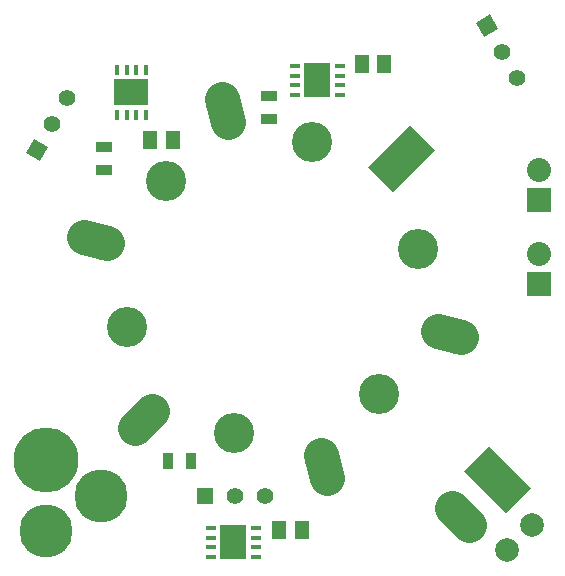
<source format=gts>
%FSLAX46Y46*%
G04 Gerber Fmt 4.6, Leading zero omitted, Abs format (unit mm)*
G04 Created by KiCad (PCBNEW (2014-jan-25)-product) date Mon 28 Jul 2014 16:56:47 BST*
%MOMM*%
G01*
G04 APERTURE LIST*
%ADD10C,0.100000*%
%ADD11R,3.000000X2.200000*%
%ADD12R,0.350000X0.950000*%
%ADD13C,0.400000*%
%ADD14R,2.200000X3.000000*%
%ADD15R,0.950000X0.350000*%
%ADD16C,3.000000*%
%ADD17C,3.400000*%
%ADD18C,1.397000*%
%ADD19R,1.397000X1.397000*%
%ADD20R,1.300480X1.498600*%
%ADD21C,5.500000*%
%ADD22C,4.500000*%
%ADD23R,2.032000X2.032000*%
%ADD24O,2.032000X2.032000*%
%ADD25C,2.000000*%
%ADD26R,1.397000X0.889000*%
%ADD27R,0.889000X1.397000*%
G04 APERTURE END LIST*
D10*
D11*
X113030000Y-108458000D03*
D12*
X114230000Y-106533000D03*
X113430000Y-106533000D03*
X112630000Y-106533000D03*
X111830000Y-106533000D03*
X111830000Y-110383000D03*
X112630000Y-110383000D03*
X113430000Y-110383000D03*
X114230000Y-110383000D03*
D13*
X114230000Y-109258000D03*
X114230000Y-108458000D03*
X114230000Y-107658000D03*
X113430000Y-107658000D03*
X113430000Y-108458000D03*
X113430000Y-109258000D03*
X112630000Y-109258000D03*
X112630000Y-108458000D03*
X112630000Y-107658000D03*
X111830000Y-107658000D03*
X111830000Y-108458000D03*
X111830000Y-109258000D03*
D14*
X128778000Y-107442000D03*
D15*
X126853000Y-106242000D03*
X126853000Y-107042000D03*
X126853000Y-107842000D03*
X126853000Y-108642000D03*
X130703000Y-108642000D03*
X130703000Y-107842000D03*
X130703000Y-107042000D03*
X130703000Y-106242000D03*
D13*
X129578000Y-106242000D03*
X128778000Y-106242000D03*
X127978000Y-106242000D03*
X127978000Y-107042000D03*
X128778000Y-107042000D03*
X129578000Y-107042000D03*
X129578000Y-107842000D03*
X128778000Y-107842000D03*
X127978000Y-107842000D03*
X127978000Y-108642000D03*
X128778000Y-108642000D03*
X129578000Y-108642000D03*
D14*
X121666000Y-146558000D03*
D15*
X119741000Y-145358000D03*
X119741000Y-146158000D03*
X119741000Y-146958000D03*
X119741000Y-147758000D03*
X123591000Y-147758000D03*
X123591000Y-146958000D03*
X123591000Y-146158000D03*
X123591000Y-145358000D03*
D13*
X122466000Y-145358000D03*
X121666000Y-145358000D03*
X120866000Y-145358000D03*
X120866000Y-146158000D03*
X121666000Y-146158000D03*
X122466000Y-146158000D03*
X122466000Y-146958000D03*
X121666000Y-146958000D03*
X120866000Y-146958000D03*
X120866000Y-147758000D03*
X121666000Y-147758000D03*
X122466000Y-147758000D03*
D10*
G36*
X133093573Y-114785107D02*
X136629107Y-111249573D01*
X138750427Y-113370893D01*
X135214893Y-116906427D01*
X133093573Y-114785107D01*
X133093573Y-114785107D01*
G37*
D16*
X120677181Y-109048074D02*
X121194819Y-110979926D01*
X109048074Y-120677181D02*
X110979926Y-121194819D01*
X114785107Y-135468893D02*
X113370893Y-136883107D01*
X129059181Y-139147074D02*
X129576819Y-141078926D01*
X139020074Y-128678181D02*
X140951926Y-129195819D01*
D17*
X128302000Y-112681000D03*
X137319000Y-121698000D03*
X134017000Y-134017000D03*
X121698000Y-137319000D03*
X112681000Y-128302000D03*
X115983000Y-115983000D03*
D10*
G36*
X105275669Y-114301874D02*
X104065831Y-113603374D01*
X104764331Y-112393536D01*
X105974169Y-113092036D01*
X105275669Y-114301874D01*
X105275669Y-114301874D01*
G37*
D18*
X106290000Y-111148000D03*
X107560000Y-108948295D03*
D10*
G36*
X142165831Y-102544626D02*
X143375669Y-101846126D01*
X144074169Y-103055964D01*
X142864331Y-103754464D01*
X142165831Y-102544626D01*
X142165831Y-102544626D01*
G37*
D18*
X144390000Y-105000000D03*
X145660000Y-107199705D03*
D19*
X119244000Y-142644000D03*
D18*
X121784000Y-142644000D03*
X124324000Y-142644000D03*
D20*
X114617500Y-112522000D03*
X116522500Y-112522000D03*
X132524500Y-106045000D03*
X134429500Y-106045000D03*
X125539500Y-145542000D03*
X127444500Y-145542000D03*
D21*
X105791000Y-139595860D03*
D22*
X105791000Y-145595340D03*
X110490000Y-142595600D03*
D23*
X147574000Y-124714000D03*
D24*
X147574000Y-122174000D03*
D23*
X147574000Y-117602000D03*
D24*
X147574000Y-115062000D03*
D10*
G36*
X143313537Y-138392929D02*
X146849071Y-141928463D01*
X144727751Y-144049783D01*
X141192217Y-140514249D01*
X143313537Y-138392929D01*
X143313537Y-138392929D01*
G37*
D16*
X141584661Y-145071553D02*
X140170447Y-143657339D01*
D25*
X146984128Y-145082867D03*
X144828867Y-147238128D03*
D26*
X124714000Y-108775500D03*
X124714000Y-110680500D03*
X110744000Y-114998500D03*
X110744000Y-113093500D03*
D27*
X116141500Y-139700000D03*
X118046500Y-139700000D03*
M02*

</source>
